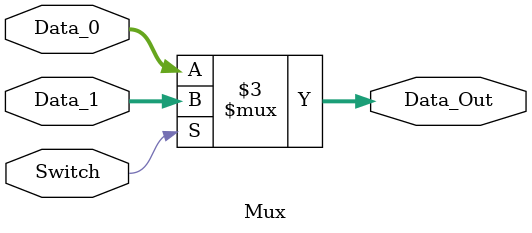
<source format=v>
module Mux
#(parameter BITS = 8)
(
	input Switch,
	input [BITS-1:0] Data_0,
	input [BITS-1:0] Data_1,
	output reg [BITS-1:0] Data_Out
);

always @ (Switch or Data_0 or Data_1)
begin
	if (Switch)
		Data_Out <= Data_1;
	else
		Data_Out <= Data_0;
end

endmodule
</source>
